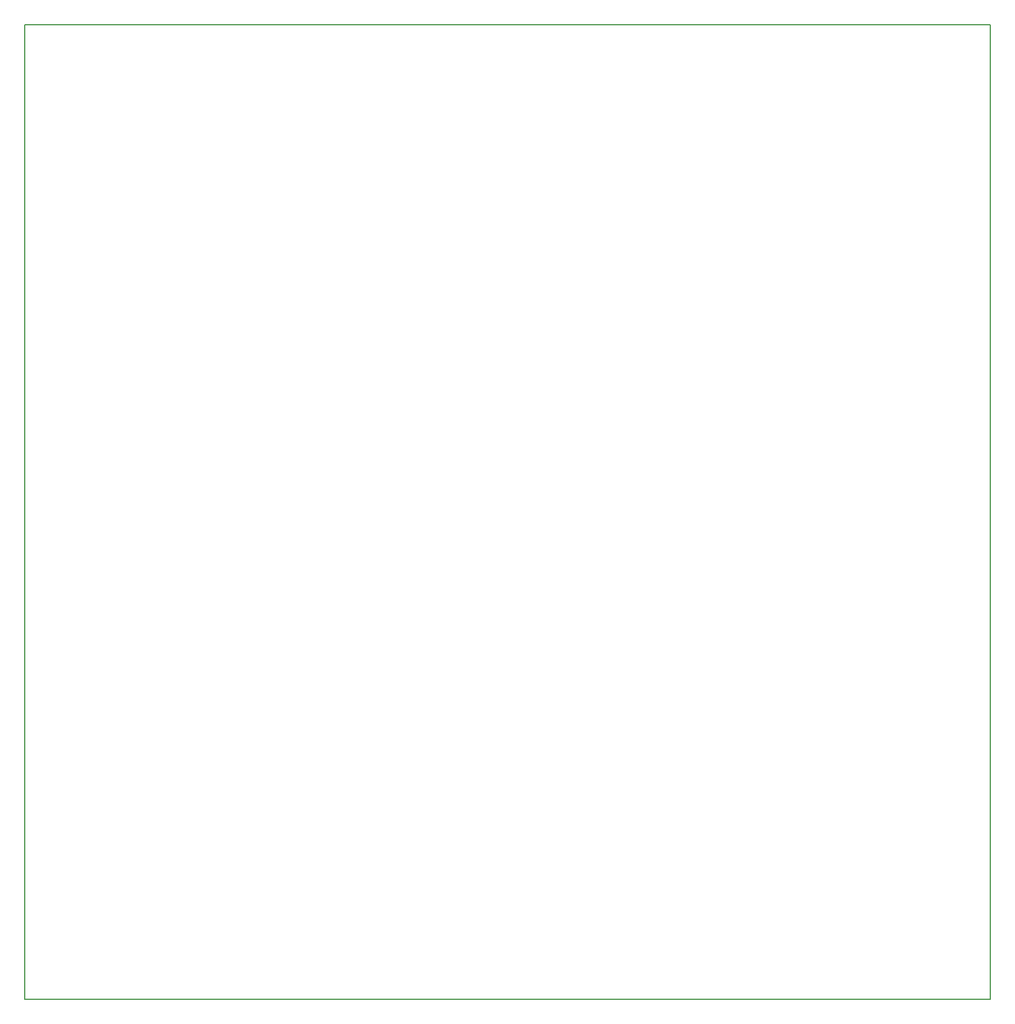
<source format=gbr>
G04 #@! TF.FileFunction,Profile,NP*
%FSLAX46Y46*%
G04 Gerber Fmt 4.6, Leading zero omitted, Abs format (unit mm)*
G04 Created by KiCad (PCBNEW 4.0.5) date 02/11/17 17:25:21*
%MOMM*%
%LPD*%
G01*
G04 APERTURE LIST*
%ADD10C,0.100000*%
%ADD11C,0.150000*%
G04 APERTURE END LIST*
D10*
D11*
X34290000Y-21590000D02*
X31750000Y-21590000D01*
X34290000Y-165100000D02*
X31750000Y-165100000D01*
X173990000Y-165100000D02*
X34290000Y-165100000D01*
X173990000Y-21590000D02*
X173990000Y-165100000D01*
X34290000Y-21590000D02*
X173990000Y-21590000D01*
X31750000Y-165100000D02*
X31750000Y-21590000D01*
M02*

</source>
